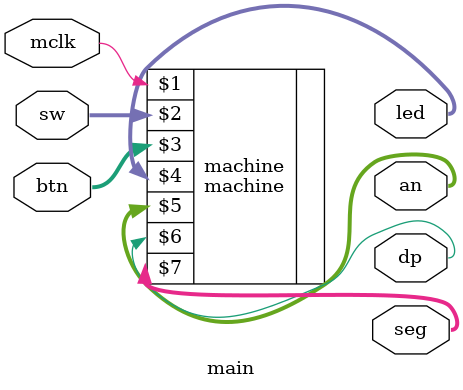
<source format=v>
module main(
    input wire mclk,
    input wire [7:0] sw,
    input wire [3:0] btn,
    output wire [7:0] led,
    output wire [3:0] an,
    output wire dp,
    output wire [6:0] seg
    );

    machine machine(mclk, sw, btn, led, an, dp, seg);

endmodule

</source>
